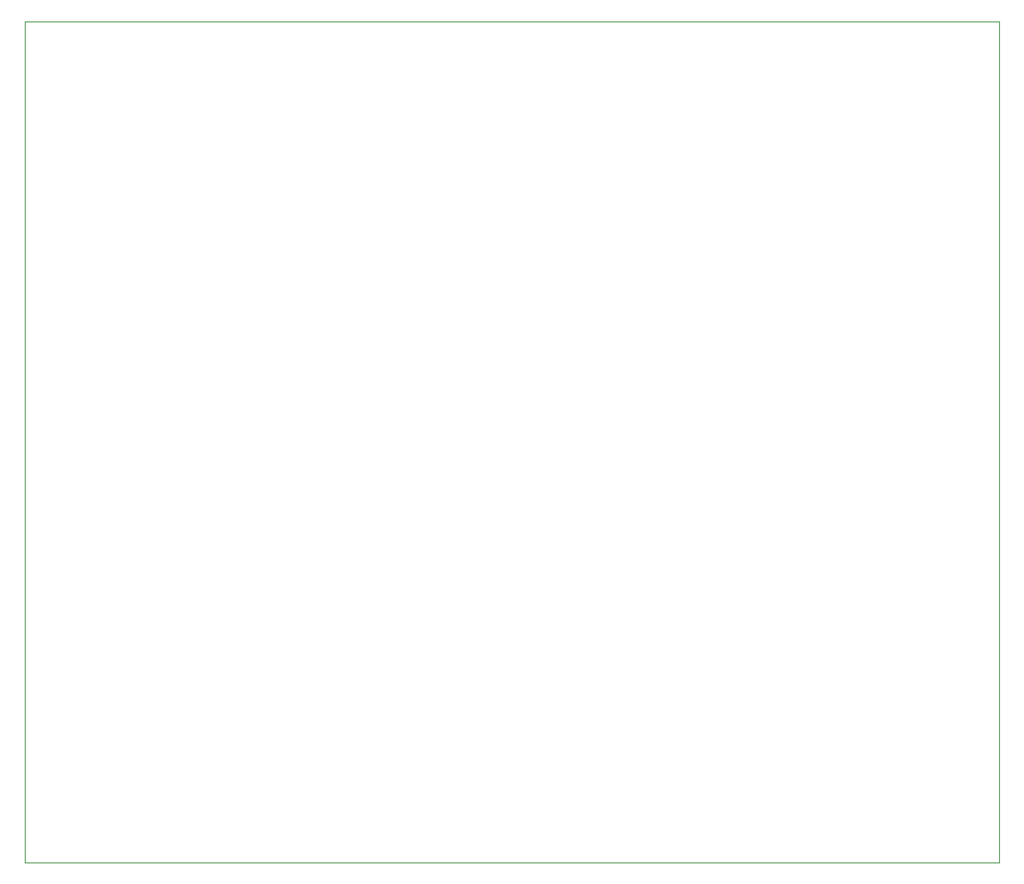
<source format=gbr>
%TF.GenerationSoftware,KiCad,Pcbnew,(6.0.9)*%
%TF.CreationDate,2023-09-14T23:12:55+02:00*%
%TF.ProjectId,Ampli144MHz,416d706c-6931-4343-944d-487a2e6b6963,1.1*%
%TF.SameCoordinates,Original*%
%TF.FileFunction,Profile,NP*%
%FSLAX46Y46*%
G04 Gerber Fmt 4.6, Leading zero omitted, Abs format (unit mm)*
G04 Created by KiCad (PCBNEW (6.0.9)) date 2023-09-14 23:12:55*
%MOMM*%
%LPD*%
G01*
G04 APERTURE LIST*
%TA.AperFunction,Profile*%
%ADD10C,0.100000*%
%TD*%
G04 APERTURE END LIST*
D10*
X80264000Y-129032000D02*
X80264000Y-42926000D01*
X180000000Y-129032000D02*
X80264000Y-129032000D01*
X180000000Y-43000000D02*
X180000000Y-129032000D01*
X80264000Y-42926000D02*
X180000000Y-42926000D01*
M02*

</source>
